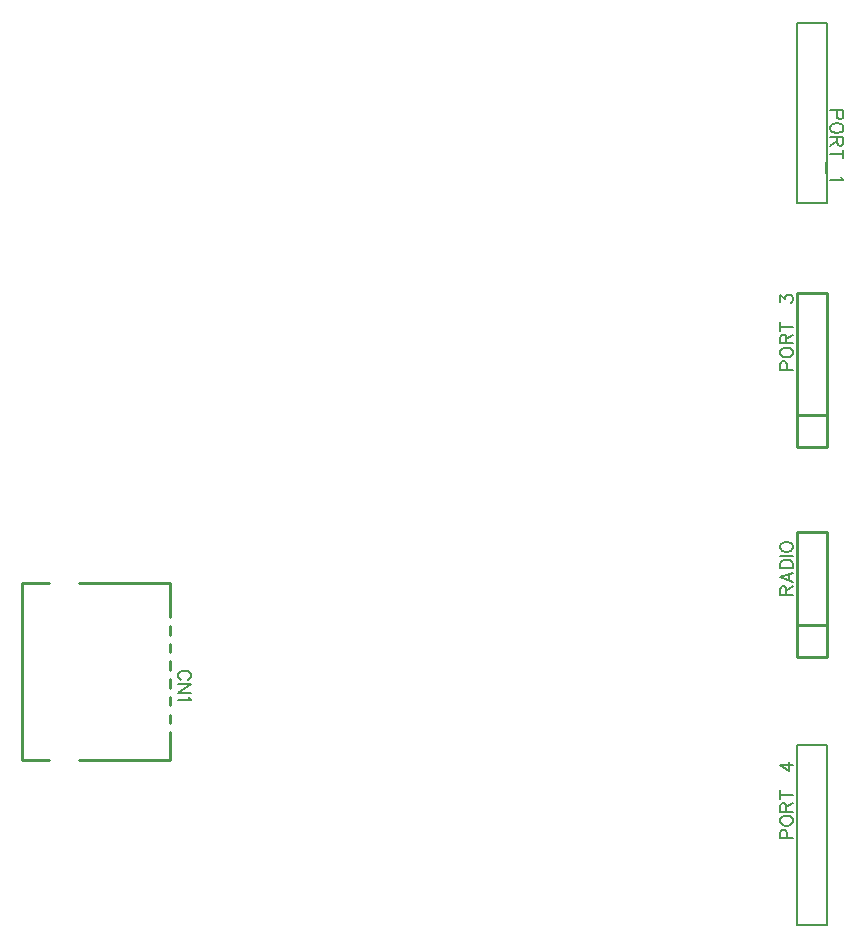
<source format=gto>
G04 Layer: TopSilkscreenLayer*
G04 EasyEDA v6.5.23, 2023-06-18 13:26:56*
G04 e563b856323e489fb497cbcb29ae2dd2,10*
G04 Gerber Generator version 0.2*
G04 Scale: 100 percent, Rotated: No, Reflected: No *
G04 Dimensions in millimeters *
G04 leading zeros omitted , absolute positions ,4 integer and 5 decimal *
%FSLAX45Y45*%
%MOMM*%

%ADD10C,0.1524*%
%ADD11C,0.2032*%
%ADD12C,0.2030*%
%ADD13C,0.2540*%

%LPD*%
D10*
X6432270Y1446115D02*
G01*
X6541236Y1446115D01*
X6432270Y1446115D02*
G01*
X6432270Y1492851D01*
X6437350Y1508345D01*
X6442684Y1513679D01*
X6453098Y1518762D01*
X6468592Y1518762D01*
X6479006Y1513679D01*
X6484086Y1508345D01*
X6489420Y1492851D01*
X6489420Y1446115D01*
X6432270Y1584294D02*
G01*
X6437350Y1573880D01*
X6447764Y1563463D01*
X6458178Y1558383D01*
X6473926Y1553049D01*
X6499834Y1553049D01*
X6515328Y1558383D01*
X6525742Y1563463D01*
X6536156Y1573880D01*
X6541236Y1584294D01*
X6541236Y1605119D01*
X6536156Y1615533D01*
X6525742Y1625947D01*
X6515328Y1631030D01*
X6499834Y1636361D01*
X6473926Y1636361D01*
X6458178Y1631030D01*
X6447764Y1625947D01*
X6437350Y1615533D01*
X6432270Y1605119D01*
X6432270Y1584294D01*
X6432270Y1670651D02*
G01*
X6541236Y1670651D01*
X6432270Y1670651D02*
G01*
X6432270Y1717390D01*
X6437350Y1732881D01*
X6442684Y1738215D01*
X6453098Y1743295D01*
X6463512Y1743295D01*
X6473926Y1738215D01*
X6479006Y1732881D01*
X6484086Y1717390D01*
X6484086Y1670651D01*
X6484086Y1706976D02*
G01*
X6541236Y1743295D01*
X6432270Y1813907D02*
G01*
X6541236Y1813907D01*
X6432270Y1777585D02*
G01*
X6432270Y1850229D01*
X6577812Y1884519D02*
G01*
X6577812Y1978245D01*
X6432270Y2064351D02*
G01*
X6504914Y2012535D01*
X6504914Y2090262D01*
X6432270Y2064351D02*
G01*
X6541236Y2064351D01*
X6967702Y7607284D02*
G01*
X6858736Y7607284D01*
X6967702Y7607284D02*
G01*
X6967702Y7560548D01*
X6962622Y7545054D01*
X6957288Y7539720D01*
X6946874Y7534640D01*
X6931380Y7534640D01*
X6920966Y7539720D01*
X6915886Y7545054D01*
X6910552Y7560548D01*
X6910552Y7607284D01*
X6967702Y7469108D02*
G01*
X6962622Y7479522D01*
X6952208Y7489936D01*
X6941794Y7495016D01*
X6926046Y7500350D01*
X6900138Y7500350D01*
X6884644Y7495016D01*
X6874230Y7489936D01*
X6863816Y7479522D01*
X6858736Y7469108D01*
X6858736Y7448280D01*
X6863816Y7437866D01*
X6874230Y7427452D01*
X6884644Y7422372D01*
X6900138Y7417038D01*
X6926046Y7417038D01*
X6941794Y7422372D01*
X6952208Y7427452D01*
X6962622Y7437866D01*
X6967702Y7448280D01*
X6967702Y7469108D01*
X6967702Y7382748D02*
G01*
X6858736Y7382748D01*
X6967702Y7382748D02*
G01*
X6967702Y7336012D01*
X6962622Y7320518D01*
X6957288Y7315184D01*
X6946874Y7310104D01*
X6936460Y7310104D01*
X6926046Y7315184D01*
X6920966Y7320518D01*
X6915886Y7336012D01*
X6915886Y7382748D01*
X6915886Y7346426D02*
G01*
X6858736Y7310104D01*
X6967702Y7239492D02*
G01*
X6858736Y7239492D01*
X6967702Y7275814D02*
G01*
X6967702Y7203170D01*
X6822160Y7168880D02*
G01*
X6822160Y7075154D01*
X6946874Y7040864D02*
G01*
X6952208Y7030704D01*
X6967702Y7014956D01*
X6858736Y7014956D01*
X6432209Y3505443D02*
G01*
X6541429Y3505443D01*
X6432209Y3505443D02*
G01*
X6432209Y3552179D01*
X6437543Y3567673D01*
X6442623Y3573007D01*
X6453037Y3578087D01*
X6463451Y3578087D01*
X6473865Y3573007D01*
X6478945Y3567673D01*
X6484279Y3552179D01*
X6484279Y3505443D01*
X6484279Y3541765D02*
G01*
X6541429Y3578087D01*
X6432209Y3654033D02*
G01*
X6541429Y3612377D01*
X6432209Y3654033D02*
G01*
X6541429Y3695435D01*
X6505107Y3628125D02*
G01*
X6505107Y3679941D01*
X6432209Y3729725D02*
G01*
X6541429Y3729725D01*
X6432209Y3729725D02*
G01*
X6432209Y3766301D01*
X6437543Y3781795D01*
X6447957Y3792209D01*
X6458117Y3797289D01*
X6473865Y3802623D01*
X6499773Y3802623D01*
X6515267Y3797289D01*
X6525681Y3792209D01*
X6536095Y3781795D01*
X6541429Y3766301D01*
X6541429Y3729725D01*
X6432209Y3836913D02*
G01*
X6541429Y3836913D01*
X6432209Y3902445D02*
G01*
X6437543Y3892031D01*
X6447957Y3881617D01*
X6458117Y3876283D01*
X6473865Y3871203D01*
X6499773Y3871203D01*
X6515267Y3876283D01*
X6525681Y3881617D01*
X6536095Y3892031D01*
X6541429Y3902445D01*
X6541429Y3923019D01*
X6536095Y3933433D01*
X6525681Y3943847D01*
X6515267Y3949181D01*
X6499773Y3954261D01*
X6473865Y3954261D01*
X6458117Y3949181D01*
X6447957Y3943847D01*
X6437543Y3933433D01*
X6432209Y3923019D01*
X6432209Y3902445D01*
X6432270Y5410200D02*
G01*
X6541236Y5410200D01*
X6432270Y5410200D02*
G01*
X6432270Y5456936D01*
X6437350Y5472429D01*
X6442684Y5477763D01*
X6453098Y5482844D01*
X6468592Y5482844D01*
X6479006Y5477763D01*
X6484086Y5472429D01*
X6489420Y5456936D01*
X6489420Y5410200D01*
X6432270Y5548376D02*
G01*
X6437350Y5537962D01*
X6447764Y5527547D01*
X6458178Y5522468D01*
X6473926Y5517134D01*
X6499834Y5517134D01*
X6515328Y5522468D01*
X6525742Y5527547D01*
X6536156Y5537962D01*
X6541236Y5548376D01*
X6541236Y5569204D01*
X6536156Y5579618D01*
X6525742Y5590031D01*
X6515328Y5595112D01*
X6499834Y5600445D01*
X6473926Y5600445D01*
X6458178Y5595112D01*
X6447764Y5590031D01*
X6437350Y5579618D01*
X6432270Y5569204D01*
X6432270Y5548376D01*
X6432270Y5634736D02*
G01*
X6541236Y5634736D01*
X6432270Y5634736D02*
G01*
X6432270Y5681471D01*
X6437350Y5696965D01*
X6442684Y5702300D01*
X6453098Y5707379D01*
X6463512Y5707379D01*
X6473926Y5702300D01*
X6479006Y5696965D01*
X6484086Y5681471D01*
X6484086Y5634736D01*
X6484086Y5671057D02*
G01*
X6541236Y5707379D01*
X6432270Y5777992D02*
G01*
X6541236Y5777992D01*
X6432270Y5741670D02*
G01*
X6432270Y5814313D01*
X6577812Y5848604D02*
G01*
X6577812Y5942329D01*
X6432270Y5986779D02*
G01*
X6432270Y6043929D01*
X6473926Y6012942D01*
X6473926Y6028436D01*
X6479006Y6038850D01*
X6484086Y6043929D01*
X6499834Y6049263D01*
X6510248Y6049263D01*
X6525742Y6043929D01*
X6536156Y6033770D01*
X6541236Y6018021D01*
X6541236Y6002528D01*
X6536156Y5986779D01*
X6531076Y5981700D01*
X6520662Y5976620D01*
X1418805Y2786126D02*
G01*
X1429219Y2791460D01*
X1439633Y2801873D01*
X1444713Y2812034D01*
X1444713Y2832862D01*
X1439633Y2843276D01*
X1429219Y2853689D01*
X1418805Y2859023D01*
X1403057Y2864104D01*
X1377149Y2864104D01*
X1361655Y2859023D01*
X1351241Y2853689D01*
X1340827Y2843276D01*
X1335747Y2832862D01*
X1335747Y2812034D01*
X1340827Y2801873D01*
X1351241Y2791460D01*
X1361655Y2786126D01*
X1444713Y2751836D02*
G01*
X1335747Y2751836D01*
X1444713Y2751836D02*
G01*
X1335747Y2679192D01*
X1444713Y2679192D02*
G01*
X1335747Y2679192D01*
X1423885Y2644902D02*
G01*
X1429219Y2634487D01*
X1444713Y2618994D01*
X1335747Y2618994D01*
D11*
X6572986Y900015D02*
G01*
X6572986Y709515D01*
X6826986Y709515D01*
X6826986Y2233515D01*
X6572986Y2233515D01*
D12*
X6572986Y2233515D02*
G01*
X6572986Y900015D01*
D11*
X6826986Y8153384D02*
G01*
X6826986Y8343884D01*
X6572986Y8343884D01*
X6572986Y6819884D01*
X6826986Y6819884D01*
D12*
X6826986Y6819884D02*
G01*
X6826986Y8153384D01*
D13*
X6826986Y2976392D02*
G01*
X6572986Y2976392D01*
X6572986Y4034393D01*
X6826986Y4034393D01*
X6826986Y2976392D01*
X6572986Y3253745D02*
G01*
X6826986Y3253745D01*
X6572986Y5031552D02*
G01*
X6826986Y5031552D01*
X6826986Y6066200D02*
G01*
X6572986Y6066200D01*
X6572986Y4754199D01*
X6826986Y4754199D01*
X6826986Y6066200D01*
X246151Y2107501D02*
G01*
X14401Y2107501D01*
X14401Y3607498D01*
X1264399Y2342982D02*
G01*
X1264399Y2107501D01*
X498650Y2107501D01*
X1264399Y2492969D02*
G01*
X1264399Y2420025D01*
X1264399Y2642981D02*
G01*
X1264399Y2570012D01*
X1264399Y2792968D02*
G01*
X1264399Y2720025D01*
X1264399Y2942981D02*
G01*
X1264399Y2870012D01*
X1264399Y3092993D02*
G01*
X1264399Y3020024D01*
X1264399Y3242980D02*
G01*
X1264399Y3170036D01*
X498650Y3607498D02*
G01*
X1264399Y3607498D01*
X1264399Y3320023D01*
X14401Y3607498D02*
G01*
X246151Y3607498D01*
M02*

</source>
